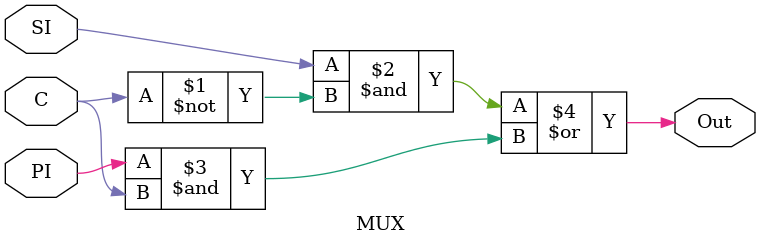
<source format=v>
module MUX(SI, PI, C, Out);
  input SI, PI, C;
  output Out;
  
  assign Out = (SI&(~C))|(PI&C);
endmodule

</source>
